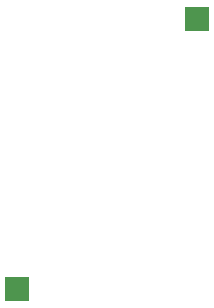
<source format=gbl>
%TF.GenerationSoftware,KiCad,Pcbnew,(6.0.8)*%
%TF.CreationDate,2022-11-29T16:13:45+01:00*%
%TF.ProjectId,board,626f6172-642e-46b6-9963-61645f706362,rev?*%
%TF.SameCoordinates,Original*%
%TF.FileFunction,Copper,L2,Bot*%
%TF.FilePolarity,Positive*%
%FSLAX46Y46*%
G04 Gerber Fmt 4.6, Leading zero omitted, Abs format (unit mm)*
G04 Created by KiCad (PCBNEW (6.0.8)) date 2022-11-29 16:13:45*
%MOMM*%
%LPD*%
G01*
G04 APERTURE LIST*
%TA.AperFunction,ComponentPad*%
%ADD10R,2.000000X2.000000*%
%TD*%
G04 APERTURE END LIST*
D10*
%TO.P,J1,1,Pin_1*%
%TO.N,+3V3*%
X124460000Y-104140000D03*
%TD*%
%TO.P,J2,1,Pin_1*%
%TO.N,+1V5*%
X109220000Y-127000000D03*
%TD*%
M02*

</source>
